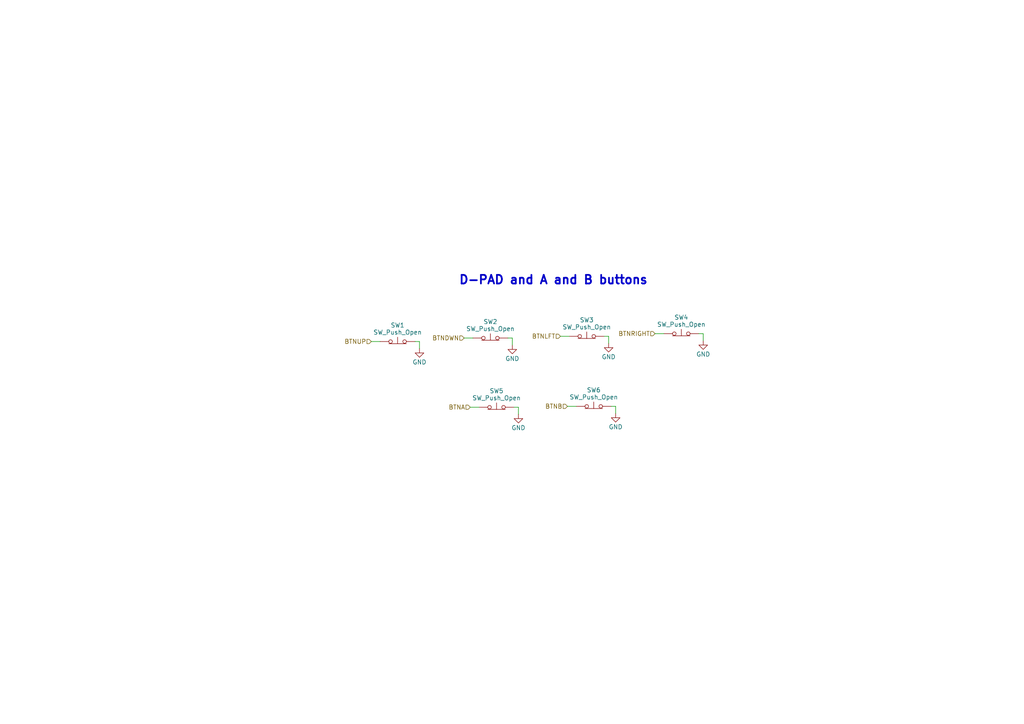
<source format=kicad_sch>
(kicad_sch (version 20230121) (generator eeschema)

  (uuid 30cb76c4-a118-499f-9c72-de9dd8c13e89)

  (paper "A4")

  (lib_symbols
    (symbol "Switch:SW_Push_Open" (pin_numbers hide) (pin_names (offset 1.016) hide) (in_bom yes) (on_board yes)
      (property "Reference" "SW" (at 0 2.54 0)
        (effects (font (size 1.27 1.27)))
      )
      (property "Value" "SW_Push_Open" (at 0 -1.905 0)
        (effects (font (size 1.27 1.27)))
      )
      (property "Footprint" "" (at 0 5.08 0)
        (effects (font (size 1.27 1.27)) hide)
      )
      (property "Datasheet" "~" (at 0 5.08 0)
        (effects (font (size 1.27 1.27)) hide)
      )
      (property "ki_keywords" "switch normally-closed pushbutton push-button" (at 0 0 0)
        (effects (font (size 1.27 1.27)) hide)
      )
      (property "ki_description" "Push button switch, push-to-open, generic, two pins" (at 0 0 0)
        (effects (font (size 1.27 1.27)) hide)
      )
      (symbol "SW_Push_Open_0_1"
        (circle (center -2.032 0) (radius 0.508)
          (stroke (width 0) (type default))
          (fill (type none))
        )
        (polyline
          (pts
            (xy -2.54 -0.635)
            (xy 2.54 -0.635)
          )
          (stroke (width 0) (type default))
          (fill (type none))
        )
        (polyline
          (pts
            (xy 0 -0.635)
            (xy 0 1.27)
          )
          (stroke (width 0) (type default))
          (fill (type none))
        )
        (circle (center 2.032 0) (radius 0.508)
          (stroke (width 0) (type default))
          (fill (type none))
        )
        (pin passive line (at -5.08 0 0) (length 2.54)
          (name "A" (effects (font (size 1.27 1.27))))
          (number "1" (effects (font (size 1.27 1.27))))
        )
      )
      (symbol "SW_Push_Open_1_1"
        (pin passive line (at 5.08 0 180) (length 2.54)
          (name "B" (effects (font (size 1.27 1.27))))
          (number "2" (effects (font (size 1.27 1.27))))
        )
      )
    )
    (symbol "power:GND" (power) (pin_names (offset 0)) (in_bom yes) (on_board yes)
      (property "Reference" "#PWR" (at 0 -6.35 0)
        (effects (font (size 1.27 1.27)) hide)
      )
      (property "Value" "GND" (at 0 -3.81 0)
        (effects (font (size 1.27 1.27)))
      )
      (property "Footprint" "" (at 0 0 0)
        (effects (font (size 1.27 1.27)) hide)
      )
      (property "Datasheet" "" (at 0 0 0)
        (effects (font (size 1.27 1.27)) hide)
      )
      (property "ki_keywords" "global power" (at 0 0 0)
        (effects (font (size 1.27 1.27)) hide)
      )
      (property "ki_description" "Power symbol creates a global label with name \"GND\" , ground" (at 0 0 0)
        (effects (font (size 1.27 1.27)) hide)
      )
      (symbol "GND_0_1"
        (polyline
          (pts
            (xy 0 0)
            (xy 0 -1.27)
            (xy 1.27 -1.27)
            (xy 0 -2.54)
            (xy -1.27 -1.27)
            (xy 0 -1.27)
          )
          (stroke (width 0) (type default))
          (fill (type none))
        )
      )
      (symbol "GND_1_1"
        (pin power_in line (at 0 0 270) (length 0) hide
          (name "GND" (effects (font (size 1.27 1.27))))
          (number "1" (effects (font (size 1.27 1.27))))
        )
      )
    )
  )


  (wire (pts (xy 121.666 99.06) (xy 121.666 101.092))
    (stroke (width 0) (type default))
    (uuid 10278ac7-bf4e-4c52-8e21-6af56edbf4ee)
  )
  (wire (pts (xy 148.59 98.044) (xy 148.59 100.076))
    (stroke (width 0) (type default))
    (uuid 11ff86b7-3a85-41b3-976a-b6eed5b5f3da)
  )
  (wire (pts (xy 150.368 118.11) (xy 150.368 120.142))
    (stroke (width 0) (type default))
    (uuid 24986fc4-021d-41eb-bb14-685b4907df9e)
  )
  (wire (pts (xy 149.098 118.11) (xy 150.368 118.11))
    (stroke (width 0) (type default))
    (uuid 2535d7ab-b7d6-4ca8-84cf-20ea1e839f3f)
  )
  (wire (pts (xy 107.696 99.06) (xy 110.236 99.06))
    (stroke (width 0) (type default))
    (uuid 2a671f19-ba30-4cf9-bde1-1a1ef178eb99)
  )
  (wire (pts (xy 175.26 97.536) (xy 176.53 97.536))
    (stroke (width 0) (type default))
    (uuid 2bafca84-c78d-4cdc-a917-d667cf68565b)
  )
  (wire (pts (xy 136.398 118.11) (xy 138.938 118.11))
    (stroke (width 0) (type default))
    (uuid 2db7b8d5-f175-46cf-b9fa-a3615c9a7d06)
  )
  (wire (pts (xy 178.562 117.856) (xy 178.562 119.888))
    (stroke (width 0) (type default))
    (uuid 310804b5-4d27-47b1-88c2-c6a1abef3956)
  )
  (wire (pts (xy 189.992 96.774) (xy 192.532 96.774))
    (stroke (width 0) (type default))
    (uuid 531a0403-d2b7-418f-a3c3-ea59a80e36f1)
  )
  (wire (pts (xy 202.692 96.774) (xy 203.962 96.774))
    (stroke (width 0) (type default))
    (uuid 6ce61a2e-c9a2-434d-a509-1c726e51c068)
  )
  (wire (pts (xy 162.56 97.536) (xy 165.1 97.536))
    (stroke (width 0) (type default))
    (uuid 6fc2454c-25f7-422f-87d3-124bf4e26089)
  )
  (wire (pts (xy 120.396 99.06) (xy 121.666 99.06))
    (stroke (width 0) (type default))
    (uuid 79097ba4-4af6-45c8-9dcc-fcfa077d764b)
  )
  (wire (pts (xy 176.53 97.536) (xy 176.53 99.568))
    (stroke (width 0) (type default))
    (uuid ab453959-fae2-44e0-a10d-2c405d15be12)
  )
  (wire (pts (xy 177.292 117.856) (xy 178.562 117.856))
    (stroke (width 0) (type default))
    (uuid baac6a21-c6b1-4851-81e2-b90f889901aa)
  )
  (wire (pts (xy 164.592 117.856) (xy 167.132 117.856))
    (stroke (width 0) (type default))
    (uuid c754716c-92f5-4980-9e7f-50bcbc5937ee)
  )
  (wire (pts (xy 203.962 96.774) (xy 203.962 98.806))
    (stroke (width 0) (type default))
    (uuid d541aeb4-30d8-4578-8c68-5ae850697109)
  )
  (wire (pts (xy 134.62 98.044) (xy 137.16 98.044))
    (stroke (width 0) (type default))
    (uuid f2c38e17-1b2e-4c75-a0df-3b5b4cd8c61d)
  )
  (wire (pts (xy 147.32 98.044) (xy 148.59 98.044))
    (stroke (width 0) (type default))
    (uuid f4c579f2-f374-4050-9156-4a8c064f5be9)
  )

  (text "D-PAD and A and B buttons" (at 132.969 82.804 0)
    (effects (font (size 2.5 2.5) (thickness 0.5) bold) (justify left bottom))
    (uuid 80f81490-76e7-4610-9318-9cbc251de2c2)
  )

  (hierarchical_label "BTNLFT" (shape input) (at 162.56 97.536 180) (fields_autoplaced)
    (effects (font (size 1.27 1.27)) (justify right))
    (uuid 1520e8e8-8ab5-4855-be23-1b02ec8003a4)
  )
  (hierarchical_label "BTNA" (shape input) (at 136.398 118.11 180) (fields_autoplaced)
    (effects (font (size 1.27 1.27)) (justify right))
    (uuid 1b2473b5-0dc6-4448-a81e-0518a0c481fa)
  )
  (hierarchical_label "BTNUP" (shape input) (at 107.696 99.06 180) (fields_autoplaced)
    (effects (font (size 1.27 1.27)) (justify right))
    (uuid a360c964-1480-4eff-84f7-6abd3c0d860e)
  )
  (hierarchical_label "BTNRIGHT" (shape input) (at 189.992 96.774 180) (fields_autoplaced)
    (effects (font (size 1.27 1.27)) (justify right))
    (uuid a418bd10-088f-4aea-bd07-a810c5271b74)
  )
  (hierarchical_label "BTNDWN" (shape input) (at 134.62 98.044 180) (fields_autoplaced)
    (effects (font (size 1.27 1.27)) (justify right))
    (uuid f4fc515b-d1e3-4195-9bfa-6304e0e6e7f6)
  )
  (hierarchical_label "BTNB" (shape input) (at 164.592 117.856 180) (fields_autoplaced)
    (effects (font (size 1.27 1.27)) (justify right))
    (uuid fb8583f1-ba44-4e11-bb5f-90a3b5c47dcc)
  )

  (symbol (lib_id "power:GND") (at 121.666 101.092 0) (unit 1)
    (in_bom yes) (on_board yes) (dnp no) (fields_autoplaced)
    (uuid 02857443-ab15-4f4a-b30f-2338fe4c66a4)
    (property "Reference" "#PWR03" (at 121.666 107.442 0)
      (effects (font (size 1.27 1.27)) hide)
    )
    (property "Value" "GND" (at 121.666 105.037 0)
      (effects (font (size 1.27 1.27)))
    )
    (property "Footprint" "" (at 121.666 101.092 0)
      (effects (font (size 1.27 1.27)) hide)
    )
    (property "Datasheet" "" (at 121.666 101.092 0)
      (effects (font (size 1.27 1.27)) hide)
    )
    (pin "1" (uuid df1dbd70-b19c-49c9-b337-e805b651017d))
    (instances
      (project "GameBoy-Arduino"
        (path "/9927462b-ab56-47d0-82d8-2b3054965792/b6a9cbc4-8a7c-47f1-8a3b-815459eb3cc6"
          (reference "#PWR03") (unit 1)
        )
      )
    )
  )

  (symbol (lib_id "power:GND") (at 150.368 120.142 0) (unit 1)
    (in_bom yes) (on_board yes) (dnp no) (fields_autoplaced)
    (uuid 06607e6d-9619-4a20-8f42-60e531eb77de)
    (property "Reference" "#PWR014" (at 150.368 126.492 0)
      (effects (font (size 1.27 1.27)) hide)
    )
    (property "Value" "GND" (at 150.368 124.087 0)
      (effects (font (size 1.27 1.27)))
    )
    (property "Footprint" "" (at 150.368 120.142 0)
      (effects (font (size 1.27 1.27)) hide)
    )
    (property "Datasheet" "" (at 150.368 120.142 0)
      (effects (font (size 1.27 1.27)) hide)
    )
    (pin "1" (uuid 20333b79-5ff7-46e3-a000-9b9f975fc308))
    (instances
      (project "GameBoy-Arduino"
        (path "/9927462b-ab56-47d0-82d8-2b3054965792/b6a9cbc4-8a7c-47f1-8a3b-815459eb3cc6"
          (reference "#PWR014") (unit 1)
        )
      )
    )
  )

  (symbol (lib_id "power:GND") (at 178.562 119.888 0) (unit 1)
    (in_bom yes) (on_board yes) (dnp no) (fields_autoplaced)
    (uuid 0e7400e8-22a7-4bf3-9e07-2543be0ef10d)
    (property "Reference" "#PWR015" (at 178.562 126.238 0)
      (effects (font (size 1.27 1.27)) hide)
    )
    (property "Value" "GND" (at 178.562 123.833 0)
      (effects (font (size 1.27 1.27)))
    )
    (property "Footprint" "" (at 178.562 119.888 0)
      (effects (font (size 1.27 1.27)) hide)
    )
    (property "Datasheet" "" (at 178.562 119.888 0)
      (effects (font (size 1.27 1.27)) hide)
    )
    (pin "1" (uuid 63fe2298-d1ec-4dfc-9618-9946b6e8f120))
    (instances
      (project "GameBoy-Arduino"
        (path "/9927462b-ab56-47d0-82d8-2b3054965792/b6a9cbc4-8a7c-47f1-8a3b-815459eb3cc6"
          (reference "#PWR015") (unit 1)
        )
      )
    )
  )

  (symbol (lib_id "Switch:SW_Push_Open") (at 115.316 99.06 0) (unit 1)
    (in_bom yes) (on_board yes) (dnp no) (fields_autoplaced)
    (uuid 14beab4c-ee99-47de-b349-5285df76c8d5)
    (property "Reference" "SW1" (at 115.316 94.337 0)
      (effects (font (size 1.27 1.27)))
    )
    (property "Value" "SW_Push_Open" (at 115.316 96.385 0)
      (effects (font (size 1.27 1.27)))
    )
    (property "Footprint" "Button_Switch_THT:SW_PUSH_6mm_H5mm" (at 115.316 93.98 0)
      (effects (font (size 1.27 1.27)) hide)
    )
    (property "Datasheet" "~" (at 115.316 93.98 0)
      (effects (font (size 1.27 1.27)) hide)
    )
    (pin "1" (uuid c3a7f573-9468-4ccf-83a8-366ef7a48d6e))
    (pin "2" (uuid 0d9dcb5c-224a-4956-9eae-01b3c928da2b))
    (instances
      (project "GameBoy-Arduino"
        (path "/9927462b-ab56-47d0-82d8-2b3054965792/b6a9cbc4-8a7c-47f1-8a3b-815459eb3cc6"
          (reference "SW1") (unit 1)
        )
      )
    )
  )

  (symbol (lib_id "Switch:SW_Push_Open") (at 170.18 97.536 0) (unit 1)
    (in_bom yes) (on_board yes) (dnp no) (fields_autoplaced)
    (uuid 3438227a-c498-4629-b18b-1571a9210549)
    (property "Reference" "SW3" (at 170.18 92.813 0)
      (effects (font (size 1.27 1.27)))
    )
    (property "Value" "SW_Push_Open" (at 170.18 94.861 0)
      (effects (font (size 1.27 1.27)))
    )
    (property "Footprint" "Button_Switch_THT:SW_PUSH_6mm_H5mm" (at 170.18 92.456 0)
      (effects (font (size 1.27 1.27)) hide)
    )
    (property "Datasheet" "~" (at 170.18 92.456 0)
      (effects (font (size 1.27 1.27)) hide)
    )
    (pin "1" (uuid 11cdef38-ff27-42b6-9781-dc488746ec38))
    (pin "2" (uuid 00ea9757-182e-4e74-89ed-42257072332d))
    (instances
      (project "GameBoy-Arduino"
        (path "/9927462b-ab56-47d0-82d8-2b3054965792/b6a9cbc4-8a7c-47f1-8a3b-815459eb3cc6"
          (reference "SW3") (unit 1)
        )
      )
    )
  )

  (symbol (lib_id "Switch:SW_Push_Open") (at 172.212 117.856 0) (unit 1)
    (in_bom yes) (on_board yes) (dnp no) (fields_autoplaced)
    (uuid 3834d7bb-23e7-45c7-a3ed-cfa3709452ed)
    (property "Reference" "SW6" (at 172.212 113.133 0)
      (effects (font (size 1.27 1.27)))
    )
    (property "Value" "SW_Push_Open" (at 172.212 115.181 0)
      (effects (font (size 1.27 1.27)))
    )
    (property "Footprint" "Button_Switch_SMD:SW_Push_1P1T_NO_6x6mm_H9.5mm" (at 172.212 112.776 0)
      (effects (font (size 1.27 1.27)) hide)
    )
    (property "Datasheet" "~" (at 172.212 112.776 0)
      (effects (font (size 1.27 1.27)) hide)
    )
    (pin "1" (uuid e4dded06-4bf6-4dd6-8797-f7442af1b72d))
    (pin "2" (uuid d84834f0-4f43-411b-aab4-4a86c3acb830))
    (instances
      (project "GameBoy-Arduino"
        (path "/9927462b-ab56-47d0-82d8-2b3054965792/b6a9cbc4-8a7c-47f1-8a3b-815459eb3cc6"
          (reference "SW6") (unit 1)
        )
      )
    )
  )

  (symbol (lib_id "Switch:SW_Push_Open") (at 144.018 118.11 0) (unit 1)
    (in_bom yes) (on_board yes) (dnp no) (fields_autoplaced)
    (uuid 6983dd43-3436-4063-8862-d893bbb4af2c)
    (property "Reference" "SW5" (at 144.018 113.387 0)
      (effects (font (size 1.27 1.27)))
    )
    (property "Value" "SW_Push_Open" (at 144.018 115.435 0)
      (effects (font (size 1.27 1.27)))
    )
    (property "Footprint" "Button_Switch_SMD:SW_Push_1P1T_NO_6x6mm_H9.5mm" (at 144.018 113.03 0)
      (effects (font (size 1.27 1.27)) hide)
    )
    (property "Datasheet" "~" (at 144.018 113.03 0)
      (effects (font (size 1.27 1.27)) hide)
    )
    (pin "1" (uuid 54b6eb75-d0cf-4215-9798-1b789f750b74))
    (pin "2" (uuid f3afc474-7c3f-432f-a4e0-97787265a070))
    (instances
      (project "GameBoy-Arduino"
        (path "/9927462b-ab56-47d0-82d8-2b3054965792/b6a9cbc4-8a7c-47f1-8a3b-815459eb3cc6"
          (reference "SW5") (unit 1)
        )
      )
    )
  )

  (symbol (lib_id "power:GND") (at 203.962 98.806 0) (unit 1)
    (in_bom yes) (on_board yes) (dnp no) (fields_autoplaced)
    (uuid 937aeefc-12db-4b89-9454-52513f6f5fcd)
    (property "Reference" "#PWR013" (at 203.962 105.156 0)
      (effects (font (size 1.27 1.27)) hide)
    )
    (property "Value" "GND" (at 203.962 102.751 0)
      (effects (font (size 1.27 1.27)))
    )
    (property "Footprint" "" (at 203.962 98.806 0)
      (effects (font (size 1.27 1.27)) hide)
    )
    (property "Datasheet" "" (at 203.962 98.806 0)
      (effects (font (size 1.27 1.27)) hide)
    )
    (pin "1" (uuid 63649d1a-cc41-47cf-b439-2ded84d834d6))
    (instances
      (project "GameBoy-Arduino"
        (path "/9927462b-ab56-47d0-82d8-2b3054965792/b6a9cbc4-8a7c-47f1-8a3b-815459eb3cc6"
          (reference "#PWR013") (unit 1)
        )
      )
    )
  )

  (symbol (lib_id "power:GND") (at 148.59 100.076 0) (unit 1)
    (in_bom yes) (on_board yes) (dnp no) (fields_autoplaced)
    (uuid b514fb7c-0ef1-4721-8810-9174cbe4e19c)
    (property "Reference" "#PWR04" (at 148.59 106.426 0)
      (effects (font (size 1.27 1.27)) hide)
    )
    (property "Value" "GND" (at 148.59 104.021 0)
      (effects (font (size 1.27 1.27)))
    )
    (property "Footprint" "" (at 148.59 100.076 0)
      (effects (font (size 1.27 1.27)) hide)
    )
    (property "Datasheet" "" (at 148.59 100.076 0)
      (effects (font (size 1.27 1.27)) hide)
    )
    (pin "1" (uuid d662be3a-cf66-4332-809d-c9bb1f3c1699))
    (instances
      (project "GameBoy-Arduino"
        (path "/9927462b-ab56-47d0-82d8-2b3054965792/b6a9cbc4-8a7c-47f1-8a3b-815459eb3cc6"
          (reference "#PWR04") (unit 1)
        )
      )
    )
  )

  (symbol (lib_id "Switch:SW_Push_Open") (at 142.24 98.044 0) (unit 1)
    (in_bom yes) (on_board yes) (dnp no) (fields_autoplaced)
    (uuid b5fdf366-ea1d-4f54-815b-8e1013cc9aba)
    (property "Reference" "SW2" (at 142.24 93.321 0)
      (effects (font (size 1.27 1.27)))
    )
    (property "Value" "SW_Push_Open" (at 142.24 95.369 0)
      (effects (font (size 1.27 1.27)))
    )
    (property "Footprint" "Button_Switch_THT:SW_PUSH_6mm_H5mm" (at 142.24 92.964 0)
      (effects (font (size 1.27 1.27)) hide)
    )
    (property "Datasheet" "~" (at 142.24 92.964 0)
      (effects (font (size 1.27 1.27)) hide)
    )
    (pin "1" (uuid 6c94d71e-7cdd-49b2-b6a4-bae9dd340dfb))
    (pin "2" (uuid 61687515-7536-4a84-9c66-ecd7b432e980))
    (instances
      (project "GameBoy-Arduino"
        (path "/9927462b-ab56-47d0-82d8-2b3054965792/b6a9cbc4-8a7c-47f1-8a3b-815459eb3cc6"
          (reference "SW2") (unit 1)
        )
      )
    )
  )

  (symbol (lib_id "power:GND") (at 176.53 99.568 0) (unit 1)
    (in_bom yes) (on_board yes) (dnp no) (fields_autoplaced)
    (uuid b96d7b34-3258-45cd-80d1-7ce28b2ba971)
    (property "Reference" "#PWR012" (at 176.53 105.918 0)
      (effects (font (size 1.27 1.27)) hide)
    )
    (property "Value" "GND" (at 176.53 103.513 0)
      (effects (font (size 1.27 1.27)))
    )
    (property "Footprint" "" (at 176.53 99.568 0)
      (effects (font (size 1.27 1.27)) hide)
    )
    (property "Datasheet" "" (at 176.53 99.568 0)
      (effects (font (size 1.27 1.27)) hide)
    )
    (pin "1" (uuid c34631df-43c7-4530-952b-9dd2e54d7e94))
    (instances
      (project "GameBoy-Arduino"
        (path "/9927462b-ab56-47d0-82d8-2b3054965792/b6a9cbc4-8a7c-47f1-8a3b-815459eb3cc6"
          (reference "#PWR012") (unit 1)
        )
      )
    )
  )

  (symbol (lib_id "Switch:SW_Push_Open") (at 197.612 96.774 0) (unit 1)
    (in_bom yes) (on_board yes) (dnp no) (fields_autoplaced)
    (uuid f23e57c4-e447-4aab-be34-33ad48bd761d)
    (property "Reference" "SW4" (at 197.612 92.051 0)
      (effects (font (size 1.27 1.27)))
    )
    (property "Value" "SW_Push_Open" (at 197.612 94.099 0)
      (effects (font (size 1.27 1.27)))
    )
    (property "Footprint" "Button_Switch_THT:SW_PUSH_6mm_H5mm" (at 197.612 91.694 0)
      (effects (font (size 1.27 1.27)) hide)
    )
    (property "Datasheet" "~" (at 197.612 91.694 0)
      (effects (font (size 1.27 1.27)) hide)
    )
    (pin "1" (uuid 4dfd35a3-b53d-4aa5-b76d-27d0ec013655))
    (pin "2" (uuid dc3e6d58-df26-41c1-aebf-6e5791842e45))
    (instances
      (project "GameBoy-Arduino"
        (path "/9927462b-ab56-47d0-82d8-2b3054965792/b6a9cbc4-8a7c-47f1-8a3b-815459eb3cc6"
          (reference "SW4") (unit 1)
        )
      )
    )
  )
)

</source>
